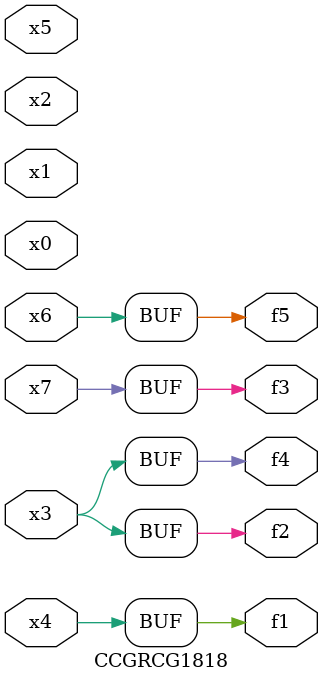
<source format=v>
module CCGRCG1818(
	input x0, x1, x2, x3, x4, x5, x6, x7,
	output f1, f2, f3, f4, f5
);
	assign f1 = x4;
	assign f2 = x3;
	assign f3 = x7;
	assign f4 = x3;
	assign f5 = x6;
endmodule

</source>
